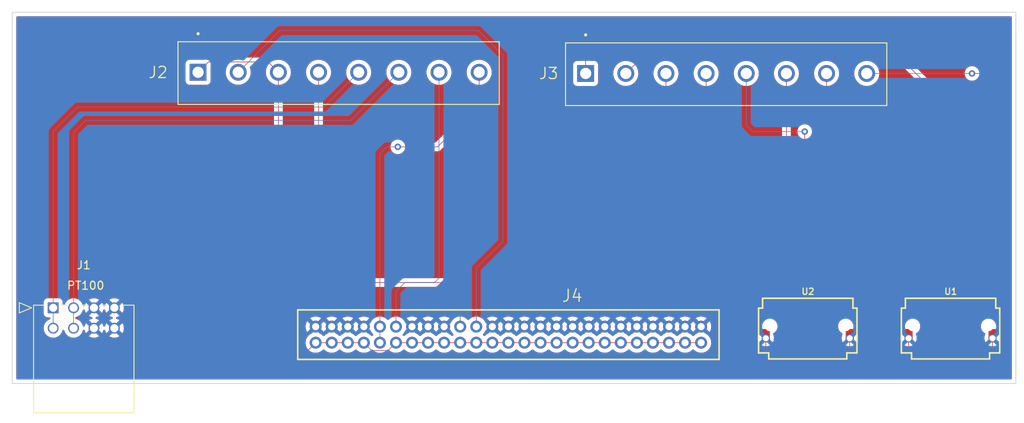
<source format=kicad_pcb>
(kicad_pcb (version 20210228) (generator pcbnew)
  (layers (0 "F.Cu" signal) (31 "B.Cu" signal) (34 "B.Paste" user) (35 "F.Paste" user) (36 "B.SilkS" user "B.Silkscreen") (37 "F.SilkS" user "F.Silkscreen") (38 "B.Mask" user) (39 "F.Mask" user) (44 "Edge.Cuts" user))
  (net 0 "")
  (net 1 "GND")
  (net 2 "Net-(J1-Pad3)")
  (net 3 "Net-(J1-Pad1)")
  (net 4 "Net-(J2-Pad8)")
  (net 5 "Net-(J2-Pad7)")
  (net 6 "Net-(J2-Pad4)")
  (net 7 "Net-(J2-Pad1)")
  (net 8 "Net-(J2-Pad2)")
  (net 9 "Net-(J3-Pad8)")
  (net 10 "Net-(J3-Pad7)")
  (net 11 "Net-(J3-Pad6)")
  (net 12 "Net-(J3-Pad5)")
  (net 13 "Net-(J3-Pad4)")
  (net 14 "Net-(J3-Pad3)")
  (net 15 "Net-(J3-Pad2)")
  (net 16 "Net-(J3-Pad1)")
  (footprint "CUI_Devices:CUI_TB003-500-P08BE" (layer "F.Cu") (at 103.912 105.5185)
    (fp_text reference "J2" (at -4.979 0.0185) (layer "F.SilkS") (effects (font (size 1.4 1.4))))
    (fp_text value "Side_BreakoutBoard")
    (fp_line (start -2.5 -3.8) (end 37.5 -3.8) (layer "F.SilkS") (width 0.127))
    (fp_line (start 37.5 -3.8) (end 37.5 4) (layer "F.SilkS") (width 0.127))
    (fp_line (start 37.5 4) (end -2.5 4) (layer "F.SilkS") (width 0.127))
    (fp_line (start -2.5 4) (end -2.5 -3.8) (layer "F.SilkS") (width 0.127))
    (fp_circle (center 0 -4.8) (end 0.1 -4.8) (layer "F.SilkS") (width 0.2) (fill none))
    (pad "1" thru_hole rect (at 0 0) (size 2.1 2.1) (drill 1.4) (layers *.Cu *.Mask) (net 7 "Net-(J2-Pad1)"))
    (pad "2" thru_hole circle (at 5 0) (size 2.1 2.1) (drill 1.4) (layers *.Cu *.Mask) (net 8 "Net-(J2-Pad2)"))
    (pad "3" thru_hole circle (at 10 0) (size 2.1 2.1) (drill 1.4) (layers *.Cu *.Mask) (net 7 "Net-(J2-Pad1)"))
    (pad "4" thru_hole circle (at 15 0) (size 2.1 2.1) (drill 1.4) (layers *.Cu *.Mask) (net 6 "Net-(J2-Pad4)"))
    (pad "5" thru_hole circle (at 20 0) (size 2.1 2.1) (drill 1.4) (layers *.Cu *.Mask) (net 3 "Net-(J1-Pad1)"))
    (pad "6" thru_hole circle (at 25 0) (size 2.1 2.1) (drill 1.4) (layers *.Cu *.Mask) (net 2 "Net-(J1-Pad3)"))
    (pad "7" thru_hole circle (at 30 0) (size 2.1 2.1) (drill 1.4) (layers *.Cu *.Mask) (net 5 "Net-(J2-Pad7)"))
    (pad "8" thru_hole circle (at 35 0) (size 2.1 2.1) (drill 1.4) (layers *.Cu *.Mask) (net 4 "Net-(J2-Pad8)"))
  )
  (footprint "SAMTEC:UEC5-019-1-X-D-RA-1-A" (layer "F.Cu") (at 197.612 137.16)
    (fp_text reference "U1" (at 0.02 -4.34) (layer "F.SilkS") (effects (font (size 0.787402 0.787402))))
    (fp_text value "SAMTEC_Digi")
    (fp_poly (pts (xy 5.725 0.33) (xy 5.225 0.33) (xy 5.216 0.343) (xy 5.204 0.359) (xy 5.192 0.375) (xy 5.18 0.39) (xy 5.166 0.405) (xy 5.153 0.42) (xy 5.138 0.434) (xy 5.124 0.447) (xy 5.109 0.46) (xy 5.093 0.473) (xy 5.077 0.485) (xy 5.061 0.496) (xy 5.045 0.507) (xy 5.028 0.517) (xy 5.01 0.527) (xy 4.993 0.536) (xy 4.975 0.545) (xy 4.956 0.553) (xy 4.938 0.56) (xy 4.919 0.567) (xy 4.9 0.573) (xy 4.881 0.579) (xy 4.862 0.584) (xy 4.842 0.588) (xy 4.823 0.592) (xy 4.803 0.595) (xy 4.783 0.597) (xy 4.763 0.599) (xy 4.744 0.6) (xy 4.725 0.6) (xy 4.725 1.48) (xy 4.726 1.506) (xy 4.728 1.532) (xy 4.731 1.558) (xy 4.736 1.584) (xy 4.742 1.609) (xy 4.749 1.635) (xy 4.758 1.659) (xy 4.768 1.683) (xy 4.779 1.707) (xy 4.792 1.73) (xy 4.806 1.752) (xy 4.82 1.774) (xy 4.836 1.795) (xy 4.853 1.815) (xy 4.871 1.834) (xy 4.89 1.852) (xy 4.91 1.869) (xy 4.931 1.885) (xy 4.953 1.899) (xy 4.975 1.913) (xy 4.998 1.926) (xy 5.022 1.937) (xy 5.046 1.947) (xy 5.07 1.956) (xy 5.096 1.963) (xy 5.121 1.969) (xy 5.147 1.974) (xy 5.173 1.977) (xy 5.199 1.979) (xy 5.225 1.98) (xy 5.251 1.979) (xy 5.277 1.977) (xy 5.303 1.974) (xy 5.329 1.969) (xy 5.354 1.963) (xy 5.38 1.956) (xy 5.404 1.947) (xy 5.428 1.937) (xy 5.452 1.926) (xy 5.475 1.913) (xy 5.497 1.899) (xy 5.519 1.885) (xy 5.54 1.869) (xy 5.56 1.852) (xy 5.579 1.834) (xy 5.597 1.815) (xy 5.614 1.795) (xy 5.63 1.774) (xy 5.644 1.752) (xy 5.658 1.73) (xy 5.671 1.707) (xy 5.682 1.683) (xy 5.692 1.659) (xy 5.701 1.635) (xy 5.708 1.609) (xy 5.714 1.584) (xy 5.719 1.558) (xy 5.722 1.532) (xy 5.724 1.506) (xy 5.725 1.48) (xy 5.725 0.33)) (layer "F.Cu") (width 0) (fill solid))
    (fp_poly (pts (xy -5.725 0.33) (xy -5.225 0.33) (xy -5.216 0.343) (xy -5.204 0.359) (xy -5.192 0.375) (xy -5.18 0.39) (xy -5.166 0.405) (xy -5.153 0.42) (xy -5.138 0.434) (xy -5.124 0.447) (xy -5.109 0.46) (xy -5.093 0.473) (xy -5.077 0.485) (xy -5.061 0.496) (xy -5.045 0.507) (xy -5.028 0.517) (xy -5.01 0.527) (xy -4.993 0.536) (xy -4.975 0.545) (xy -4.956 0.553) (xy -4.938 0.561) (xy -4.919 0.567) (xy -4.9 0.573) (xy -4.881 0.579) (xy -4.862 0.584) (xy -4.842 0.588) (xy -4.823 0.592) (xy -4.803 0.595) (xy -4.783 0.597) (xy -4.764 0.599) (xy -4.744 0.6) (xy -4.725 0.6) (xy -4.725 1.48) (xy -4.726 1.506) (xy -4.728 1.532) (xy -4.731 1.558) (xy -4.736 1.584) (xy -4.742 1.609) (xy -4.749 1.635) (xy -4.758 1.659) (xy -4.768 1.683) (xy -4.779 1.707) (xy -4.792 1.73) (xy -4.806 1.752) (xy -4.82 1.774) (xy -4.836 1.795) (xy -4.853 1.815) (xy -4.871 1.834) (xy -4.89 1.852) (xy -4.91 1.869) (xy -4.931 1.885) (xy -4.953 1.899) (xy -4.975 1.913) (xy -4.998 1.926) (xy -5.022 1.937) (xy -5.046 1.947) (xy -5.07 1.956) (xy -5.096 1.963) (xy -5.121 1.969) (xy -5.147 1.974) (xy -5.173 1.977) (xy -5.199 1.979) (xy -5.225 1.98) (xy -5.251 1.979) (xy -5.277 1.977) (xy -5.303 1.974) (xy -5.329 1.969) (xy -5.354 1.963) (xy -5.38 1.956) (xy -5.404 1.947) (xy -5.428 1.937) (xy -5.452 1.926) (xy -5.475 1.913) (xy -5.497 1.899) (xy -5.519 1.885) (xy -5.54 1.869) (xy -5.56 1.852) (xy -5.579 1.834) (xy -5.597 1.815) (xy -5.614 1.795) (xy -5.63 1.774) (xy -5.644 1.752) (xy -5.658 1.73) (xy -5.671 1.707) (xy -5.682 1.683) (xy -5.692 1.659) (xy -5.701 1.635) (xy -5.708 1.609) (xy -5.714 1.584) (xy -5.719 1.558) (xy -5.722 1.532) (xy -5.724 1.506) (xy -5.725 1.48) (xy -5.725 0.33)) (layer "F.Cu") (width 0) (fill solid))
    (fp_line (start 4.86 3.305) (end 4.86 4.055) (layer "F.SilkS") (width 0.2))
    (fp_line (start 5.625 -2.27) (end 6.125 -2.27) (layer "F.SilkS") (width 0.2))
    (fp_line (start -6.125 3.305) (end -6.125 -2.27) (layer "F.SilkS") (width 0.2))
    (fp_line (start 6.125 3.305) (end 4.86 3.305) (layer "F.SilkS") (width 0.2))
    (fp_line (start -4.86 3.305) (end -6.125 3.305) (layer "F.SilkS") (width 0.2))
    (fp_line (start 6.125 -2.27) (end 6.125 3.305) (layer "F.SilkS") (width 0.2))
    (fp_line (start -4.86 4.055) (end -4.86 3.305) (layer "F.SilkS") (width 0.2))
    (fp_line (start 5.625 -3.499) (end 5.625 -2.27) (layer "F.SilkS") (width 0.2))
    (fp_line (start 4.86 4.055) (end -4.86 4.055) (layer "F.SilkS") (width 0.2))
    (fp_line (start -6.125 -2.27) (end -5.625 -2.27) (layer "F.SilkS") (width 0.2))
    (fp_line (start -5.625 -2.27) (end -5.625 -3.499) (layer "F.SilkS") (width 0.2))
    (fp_line (start -5.625 -3.499) (end 5.625 -3.499) (layer "F.SilkS") (width 0.2))
    (pad "A1" smd rect (at -4.615 -2.825) (size 0.3 0.85) (layers "F.Cu" "F.Paste" "F.Mask") (net 15 "Net-(J3-Pad2)"))
    (pad "A2" smd rect (at -4.115 -2.825) (size 0.3 0.85) (layers "F.Cu" "F.Paste" "F.Mask") (net 15 "Net-(J3-Pad2)"))
    (pad "A3" smd rect (at -3.615 -2.825) (size 0.3 0.85) (layers "F.Cu" "F.Paste" "F.Mask") (net 15 "Net-(J3-Pad2)"))
    (pad "A4" smd rect (at -3.115 -2.825) (size 0.3 0.85) (layers "F.Cu" "F.Paste" "F.Mask") (net 15 "Net-(J3-Pad2)"))
    (pad "A5" smd rect (at -2.615 -2.825) (size 0.3 0.85) (layers "F.Cu" "F.Paste" "F.Mask") (net 15 "Net-(J3-Pad2)"))
    (pad "A6" smd rect (at -2.115 -2.825) (size 0.3 0.85) (layers "F.Cu" "F.Paste" "F.Mask") (net 15 "Net-(J3-Pad2)"))
    (pad "A7" smd rect (at -1.615 -2.825) (size 0.3 0.85) (layers "F.Cu" "F.Paste" "F.Mask") (net 1 "GND"))
    (pad "A8" smd rect (at -1.115 -2.825) (size 0.3 0.85) (layers "F.Cu" "F.Paste" "F.Mask") (net 1 "GND"))
    (pad "A9" smd rect (at -0.615 -2.825) (size 0.3 0.85) (layers "F.Cu" "F.Paste" "F.Mask") (net 1 "GND"))
    (pad "A10" smd rect (at -0.115 -2.825) (size 0.3 0.85) (layers "F.Cu" "F.Paste" "F.Mask") (net 1 "GND"))
    (pad "A11" smd rect (at 0.385 -2.825) (size 0.3 0.85) (layers "F.Cu" "F.Paste" "F.Mask") (net 1 "GND"))
    (pad "A12" smd rect (at 0.885 -2.825) (size 0.3 0.85) (layers "F.Cu" "F.Paste" "F.Mask") (net 1 "GND"))
    (pad "A13" smd rect (at 1.385 -2.825) (size 0.3 0.85) (layers "F.Cu" "F.Paste" "F.Mask") (net 1 "GND"))
    (pad "A14" smd rect (at 1.885 -2.825) (size 0.3 0.85) (layers "F.Cu" "F.Paste" "F.Mask") (net 1 "GND"))
    (pad "A15" smd rect (at 2.385 -2.825) (size 0.3 0.85) (layers "F.Cu" "F.Paste" "F.Mask") (net 1 "GND"))
    (pad "A16" smd rect (at 2.885 -2.825) (size 0.3 0.85) (layers "F.Cu" "F.Paste" "F.Mask") (net 1 "GND"))
    (pad "A17" smd rect (at 3.385 -2.825) (size 0.3 0.85) (layers "F.Cu" "F.Paste" "F.Mask") (net 9 "Net-(J3-Pad8)"))
    (pad "A18" smd rect (at 3.885 -2.825) (size 0.3 0.85) (layers "F.Cu" "F.Paste" "F.Mask") (net 9 "Net-(J3-Pad8)"))
    (pad "A19" smd rect (at 4.385 -2.825) (size 0.3 0.85) (layers "F.Cu" "F.Paste" "F.Mask") (net 9 "Net-(J3-Pad8)"))
    (pad "B1" smd rect (at -4.385 -1.575) (size 0.3 0.85) (layers "F.Cu" "F.Paste" "F.Mask") (net 16 "Net-(J3-Pad1)"))
    (pad "B2" smd rect (at -3.885 -1.575) (size 0.3 0.85) (layers "F.Cu" "F.Paste" "F.Mask") (net 16 "Net-(J3-Pad1)"))
    (pad "B3" smd rect (at -3.385 -1.575) (size 0.3 0.85) (layers "F.Cu" "F.Paste" "F.Mask") (net 16 "Net-(J3-Pad1)"))
    (pad "B4" smd rect (at -2.885 -1.575) (size 0.3 0.85) (layers "F.Cu" "F.Paste" "F.Mask") (net 16 "Net-(J3-Pad1)"))
    (pad "B5" smd rect (at -2.385 -1.575) (size 0.3 0.85) (layers "F.Cu" "F.Paste" "F.Mask") (net 16 "Net-(J3-Pad1)"))
    (pad "B6" smd rect (at -1.885 -1.575) (size 0.3 0.85) (layers "F.Cu" "F.Paste" "F.Mask") (net 16 "Net-(J3-Pad1)"))
    (pad "B7" smd rect (at -1.385 -1.575) (size 0.3 0.85) (layers "F.Cu" "F.Paste" "F.Mask") (net 16 "Net-(J3-Pad1)"))
    (pad "B8" smd rect (at -0.885 -1.575) (size 0.3 0.85) (layers "F.Cu" "F.Paste" "F.Mask") (net 16 "Net-(J3-Pad1)"))
    (pad "B9" smd rect (at -0.385 -1.575) (size 0.3 0.85) (layers "F.Cu" "F.Paste" "F.Mask") (net 16 "Net-(J3-Pad1)"))
    (pad "B10" smd rect (at 0.115 -1.575) (size 0.3 0.85) (layers "F.Cu" "F.Paste" "F.Mask") (net 16 "Net-(J3-Pad1)"))
    (pad "B11" smd rect (at 0.615 -1.575) (size 0.3 0.85) (layers "F.Cu" "F.Paste" "F.Mask") (net 16 "Net-(J3-Pad1)"))
    (pad "B12" smd rect (at 1.115 -1.575) (size 0.3 0.85) (layers "F.Cu" "F.Paste" "F.Mask") (net 16 "Net-(J3-Pad1)"))
    (pad "B13" smd rect (at 1.615 -1.575) (size 0.3 0.85) (layers "F.Cu" "F.Paste" "F.Mask") (net 16 "Net-(J3-Pad1)"))
    (pad "B14" smd rect (at 2.115 -1.575) (size 0.3 0.85) (layers "F.Cu" "F.Paste" "F.Mask") (net 16 "Net-(J3-Pad1)"))
    (pad "B15" smd rect (at 2.615 -1.575) (size 0.3 0.85) (layers "F.Cu" "F.Paste" "F.Mask") (net 16 "Net-(J3-Pad1)"))
    (pad "B16" smd rect (at 3.115 -1.575) (size 0.3 0.85) (layers "F.Cu" "F.Paste" "F.Mask") (net 16 "Net-(J3-Pad1)"))
    (pad "B17" smd rect (at 3.615 -1.575) (size 0.3 0.85) (layers "F.Cu" "F.Paste" "F.Mask") (net 16 "Net-(J3-Pad1)"))
    (pad "B18" smd rect (at 4.115 -1.575) (size 0.3 0.85) (layers "F.Cu" "F.Paste" "F.Mask") (net 16 "Net-(J3-Pad1)"))
    (pad "B19" smd rect (at 4.615 -1.575) (size 0.3 0.85) (layers "F.Cu" "F.Paste" "F.Mask") (net 16 "Net-(J3-Pad1)"))
    (pad "G1" thru_hole circle (at -5.225 1.48) (size 1 1) (drill 0.75) (layers *.Cu *.Mask) (net 1 "GND"))
    (pad "G2" thru_hole circle (at 5.225 1.48) (size 1 1) (drill 0.75) (layers *.Cu *.Mask) (net 1 "GND"))
    (pad "None" np_thru_hole circle (at -4.725 0) (size 0.89 0.89) (drill 0.89) (layers *.Cu *.Mask))
    (pad "None" np_thru_hole circle (at 4.725 0) (size 0.89 0.89) (drill 0.89) (layers *.Cu *.Mask))
  )
  (footprint "SAMTEC:SAMTEC-LS2-125-01-X-D" (layer "F.Cu") (at 142.553 138.192002 180)
    (fp_text reference "J4" (at -7.942 4.842002) (layer "F.SilkS") (effects (font (size 1.5 1.5))))
    (fp_text value "BreakoutBoard_main")
    (fp_line (start 26.232 -3.08501) (end -26.232 -3.08501) (layer "F.SilkS") (width 0.2))
    (fp_line (start -26.232 3.08501) (end 26.232 3.08501) (layer "F.SilkS") (width 0.2))
    (fp_line (start -26.232 -3.08501) (end -26.232 3.08501) (layer "F.SilkS") (width 0.2))
    (fp_line (start 26.232 3.08501) (end 26.232 -3.08501) (layer "F.SilkS") (width 0.2))
    (pad "1" thru_hole circle (at -24 -0.999998 180) (size 1.48999 1.48999) (drill 0.889991) (layers *.Cu) (net 7 "Net-(J2-Pad1)"))
    (pad "2" thru_hole circle (at -24 0.999998 180) (size 1.48999 1.48999) (drill 0.889991) (layers *.Cu) (net 1 "GND"))
    (pad "3" thru_hole circle (at -22 -0.999998 180) (size 1.48999 1.48999) (drill 0.889991) (layers *.Cu) (net 7 "Net-(J2-Pad1)"))
    (pad "4" thru_hole circle (at -22 0.999998 180) (size 1.48999 1.48999) (drill 0.889991) (layers *.Cu) (net 1 "GND"))
    (pad "5" thru_hole circle (at -20 -0.999998 180) (size 1.48999 1.48999) (drill 0.889991) (layers *.Cu) (net 7 "Net-(J2-Pad1)"))
    (pad "6" thru_hole circle (at -20 0.999998 180) (size 1.48999 1.48999) (drill 0.889991) (layers *.Cu) (net 1 "GND"))
    (pad "7" thru_hole circle (at -18 -0.999998 180) (size 1.48999 1.48999) (drill 0.889991) (layers *.Cu) (net 7 "Net-(J2-Pad1)"))
    (pad "8" thru_hole circle (at -18 0.999998 180) (size 1.48999 1.48999) (drill 0.889991) (layers *.Cu) (net 1 "GND"))
    (pad "9" thru_hole circle (at -16 -0.999998 180) (size 1.48999 1.48999) (drill 0.889991) (layers *.Cu) (net 7 "Net-(J2-Pad1)"))
    (pad "10" thru_hole circle (at -16 0.999998 180) (size 1.48999 1.48999) (drill 0.889991) (layers *.Cu) (net 1 "GND"))
    (pad "11" thru_hole circle (at -14 -0.999998 180) (size 1.48999 1.48999) (drill 0.889991) (layers *.Cu) (net 7 "Net-(J2-Pad1)"))
    (pad "12" thru_hole circle (at -14 0.999998 180) (size 1.48999 1.48999) (drill 0.889991) (layers *.Cu) (net 1 "GND"))
    (pad "13" thru_hole circle (at -12 -0.999998 180) (size 1.48999 1.48999) (drill 0.889991) (layers *.Cu) (net 7 "Net-(J2-Pad1)"))
    (pad "14" thru_hole circle (at -12 0.999998 180) (size 1.48999 1.48999) (drill 0.889991) (layers *.Cu) (net 1 "GND"))
    (pad "15" thru_hole circle (at -10 -0.999998 180) (size 1.48999 1.48999) (drill 0.889991) (layers *.Cu) (net 7 "Net-(J2-Pad1)"))
    (pad "16" thru_hole circle (at -10 0.999998 180) (size 1.48999 1.48999) (drill 0.889991) (layers *.Cu) (net 1 "GND"))
    (pad "17" thru_hole circle (at -8.00001 -0.999998 180) (size 1.48999 1.48999) (drill 0.889991) (layers *.Cu) (net 7 "Net-(J2-Pad1)"))
    (pad "18" thru_hole circle (at -8.00001 0.999998 180) (size 1.48999 1.48999) (drill 0.889991) (layers *.Cu) (net 1 "GND"))
    (pad "19" thru_hole circle (at -5.99999 -0.999998 180) (size 1.48999 1.48999) (drill 0.889991) (layers *.Cu) (net 7 "Net-(J2-Pad1)"))
    (pad "20" thru_hole circle (at -5.99999 0.999998 180) (size 1.48999 1.48999) (drill 0.889991) (layers *.Cu) (net 1 "GND"))
    (pad "21" thru_hole circle (at -3.99999 -0.999998 180) (size 1.48999 1.48999) (drill 0.889991) (layers *.Cu) (net 7 "Net-(J2-Pad1)"))
    (pad "22" thru_hole circle (at -3.99999 0.999998 180) (size 1.48999 1.48999) (drill 0.889991) (layers *.Cu) (net 1 "GND"))
    (pad "23" thru_hole circle (at -2 -0.999998 180) (size 1.48999 1.48999) (drill 0.889991) (layers *.Cu) (net 7 "Net-(J2-Pad1)"))
    (pad "24" thru_hole circle (at -2 0.999998 180) (size 1.48999 1.48999) (drill 0.889991) (layers *.Cu) (net 1 "GND"))
    (pad "25" thru_hole circle (at 0 -0.999998 180) (size 1.48999 1.48999) (drill 0.889991) (layers *.Cu) (net 7 "Net-(J2-Pad1)"))
    (pad "26" thru_hole circle (at 0 0.999998 180) (size 1.48999 1.48999) (drill 0.889991) (layers *.Cu) (net 1 "GND"))
    (pad "27" thru_hole circle (at 2 -0.999998 180) (size 1.48999 1.48999) (drill 0.889991) (layers *.Cu) (net 7 "Net-(J2-Pad1)"))
    (pad "28" thru_hole circle (at 2 0.999998 180) (size 1.48999 1.48999) (drill 0.889991) (layers *.Cu) (net 1 "GND"))
    (pad "29" thru_hole circle (at 3.99999 -0.999998 180) (size 1.48999 1.48999) (drill 0.889991) (layers *.Cu) (net 7 "Net-(J2-Pad1)"))
    (pad "30" thru_hole circle (at 3.99999 0.999998 180) (size 1.48999 1.48999) (drill 0.889991) (layers *.Cu) (net 8 "Net-(J2-Pad2)"))
    (pad "31" thru_hole circle (at 5.99999 -0.999998 180) (size 1.48999 1.48999) (drill 0.889991) (layers *.Cu) (net 7 "Net-(J2-Pad1)"))
    (pad "32" thru_hole circle (at 5.99999 0.999998 180) (size 1.48999 1.48999) (drill 0.889991) (layers *.Cu) (net 6 "Net-(J2-Pad4)"))
    (pad "33" thru_hole circle (at 8.00001 -0.999998 180) (size 1.48999 1.48999) (drill 0.889991) (layers *.Cu) (net 7 "Net-(J2-Pad1)"))
    (pad "34" thru_hole circle (at 8.00001 0.999998 180) (size 1.48999 1.48999) (drill 0.889991) (layers *.Cu) (net 1 "GND"))
    (pad "35" thru_hole circle (at 10 -0.999998 180) (size 1.48999 1.48999) (drill 0.889991) (layers *.Cu) (net 7 "Net-(J2-Pad1)"))
    (pad "36" thru_hole circle (at 10 0.999998 180) (size 1.48999 1.48999) (drill 0.889991) (layers *.Cu) (net 1 "GND"))
    (pad "37" thru_hole circle (at 12 -0.999998 180) (size 1.48999 1.48999) (drill 0.889991) (layers *.Cu) (net 7 "Net-(J2-Pad1)"))
    (pad "38" thru_hole circle (at 12 0.999998 180) (size 1.48999 1.48999) (drill 0.889991) (layers *.Cu) (net 1 "GND"))
    (pad "39" thru_hole circle (at 14 -0.999998 180) (size 1.48999 1.48999) (drill 0.889991) (layers *.Cu) (net 7 "Net-(J2-Pad1)"))
    (pad "40" thru_hole circle (at 14 0.999998 180) (size 1.48999 1.48999) (drill 0.889991) (layers *.Cu) (net 5 "Net-(J2-Pad7)"))
    (pad "41" thru_hole circle (at 16 -0.999998 180) (size 1.48999 1.48999) (drill 0.889991) (layers *.Cu) (net 4 "Net-(J2-Pad8)"))
    (pad "42" thru_hole circle (at 16 0.999998 180) (size 1.48999 1.48999) (drill 0.889991) (layers *.Cu) (net 4 "Net-(J2-Pad8)"))
    (pad "43" thru_hole circle (at 18 -0.999998 180) (size 1.48999 1.48999) (drill 0.889991) (layers *.Cu) (net 7 "Net-(J2-Pad1)"))
    (pad "44" thru_hole circle (at 18 0.999998 180) (size 1.48999 1.48999) (drill 0.889991) (layers *.Cu) (net 1 "GND"))
    (pad "45" thru_hole circle (at 20 -0.999998 180) (size 1.48999 1.48999) (drill 0.889991) (layers *.Cu) (net 7 "Net-(J2-Pad1)"))
    (pad "46" thru_hole circle (at 20 0.999998 180) (size 1.48999 1.48999) (drill 0.889991) (layers *.Cu) (net 1 "GND"))
    (pad "47" thru_hole circle (at 22 -0.999998 180) (size 1.48999 1.48999) (drill 0.889991) (layers *.Cu) (net 7 "Net-(J2-Pad1)"))
    (pad "48" thru_hole circle (at 22 0.999998 180) (size 1.48999 1.48999) (drill 0.889991) (layers *.Cu) (net 1 "GND"))
    (pad "49" thru_hole circle (at 24 -0.999998 180) (size 1.48999 1.48999) (drill 0.889991) (layers *.Cu) (net 7 "Net-(J2-Pad1)"))
    (pad "50" thru_hole circle (at 24 0.999998 180) (size 1.48999 1.48999) (drill 0.889991) (layers *.Cu) (net 1 "GND"))
  )
  (footprint "Molex:901303108" (layer "F.Cu") (at 85.869501 134.847508)
    (fp_text reference "J1" (at 3.81 -5.307501) (layer "F.SilkS"))
    (fp_text value "PT100" (at 4.0465 -2.767501) (layer "F.SilkS"))
    (fp_line (start 10.059988 13.078) (end 10.059988 -0.325001) (layer "F.SilkS") (width 0.12))
    (fp_line (start 1.599533 -0.325001) (end 0.99504 -0.325001) (layer "F.SilkS") (width 0.12))
    (fp_line (start -4.217988 0.635) (end -2.693988 0) (layer "F.SilkS") (width 0.12))
    (fp_line (start -2.439988 -0.325001) (end -2.439988 13.078) (layer "F.SilkS") (width 0.12))
    (fp_line (start -2.439988 13.078) (end 10.059988 13.078) (layer "F.SilkS") (width 0.12))
    (fp_line (start 10.059988 -0.325001) (end 8.560467 -0.325001) (layer "F.SilkS") (width 0.12))
    (fp_line (start 6.679533 -0.325001) (end 6.020467 -0.325001) (layer "F.SilkS") (width 0.12))
    (fp_line (start 4.139533 -0.325001) (end 3.480467 -0.325001) (layer "F.SilkS") (width 0.12))
    (fp_line (start -2.693988 0) (end -4.217988 -0.635) (layer "F.SilkS") (width 0.12))
    (fp_line (start -4.217988 -0.635) (end -4.217988 0.635) (layer "F.SilkS") (width 0.12))
    (fp_line (start -0.99504 -0.325001) (end -2.439988 -0.325001) (layer "F.SilkS") (width 0.12))
    (pad "1" thru_hole rect (at 0 0) (size 1.35 1.35) (drill 1) (layers *.Cu *.Mask) (net 3 "Net-(J1-Pad1)"))
    (pad "2" thru_hole circle (at 0 2.54) (size 1.35 1.35) (drill 1) (layers *.Cu *.Mask) (net 3 "Net-(J1-Pad1)"))
    (pad "3" thru_hole circle (at 2.54 0 90) (size 1.35 1.35) (drill 1) (layers *.Cu *.Mask) (net 2 "Net-(J1-Pad3)"))
    (pad "4" thru_hole circle (at 2.54 2.54 90) (size 1.35 1.35) (drill 1) (layers *.Cu *.Mask) (net 2 "Net-(J1-Pad3)"))
    (pad "5" thru_hole circle (at 5.08 0 90) (size 1.35 1.35) (drill 1) (layers *.Cu *.Mask) (net 1 "GND"))
    (pad "6" thru_hole circle (at 5.08 2.54 90) (size 1.35 1.35) (drill 1) (layers *.Cu *.Mask) (net 1 "GND"))
    (pad "7" thru_hole circle (at 7.62 0 90) (size 1.35 1.35) (drill 1) (layers *.Cu *.Mask) (net 1 "GND"))
    (pad "8" thru_hole circle (at 7.62 2.54 90) (size 1.35 1.35) (drill 1) (layers *.Cu *.Mask) (net 1 "GND"))
  )
  (footprint "CUI_Devices:CUI_TB003-500-P08BE" (layer "F.Cu") (at 152.172 105.664)
    (fp_text reference "J3" (at -4.598 0) (layer "F.SilkS") (effects (font (size 1.4 1.4))))
    (fp_text value "Side_SAMTEC")
    (fp_line (start -2.5 4) (end -2.5 -3.8) (layer "F.SilkS") (width 0.127))
    (fp_line (start 37.5 -3.8) (end 37.5 4) (layer "F.SilkS") (width 0.127))
    (fp_line (start -2.5 -3.8) (end 37.5 -3.8) (layer "F.SilkS") (width 0.127))
    (fp_line (start 37.5 4) (end -2.5 4) (layer "F.SilkS") (width 0.127))
    (fp_circle (center 0 -4.8) (end 0.1 -4.8) (layer "F.SilkS") (width 0.2) (fill none))
    (pad "1" thru_hole rect (at 0 0) (size 2.1 2.1) (drill 1.4) (layers *.Cu *.Mask) (net 16 "Net-(J3-Pad1)"))
    (pad "2" thru_hole circle (at 5 0) (size 2.1 2.1) (drill 1.4) (layers *.Cu *.Mask) (net 15 "Net-(J3-Pad2)"))
    (pad "3" thru_hole circle (at 10 0) (size 2.1 2.1) (drill 1.4) (layers *.Cu *.Mask) (net 14 "Net-(J3-Pad3)"))
    (pad "4" thru_hole circle (at 15 0) (size 2.1 2.1) (drill 1.4) (layers *.Cu *.Mask) (net 13 "Net-(J3-Pad4)"))
    (pad "5" thru_hole circle (at 20 0) (size 2.1 2.1) (drill 1.4) (layers *.Cu *.Mask) (net 12 "Net-(J3-Pad5)"))
    (pad "6" thru_hole circle (at 25 0) (size 2.1 2.1) (drill 1.4) (layers *.Cu *.Mask) (net 11 "Net-(J3-Pad6)"))
    (pad "7" thru_hole circle (at 30 0) (size 2.1 2.1) (drill 1.4) (layers *.Cu *.Mask) (net 10 "Net-(J3-Pad7)"))
    (pad "8" thru_hole circle (at 35 0) (size 2.1 2.1) (drill 1.4) (layers *.Cu *.Mask) (net 9 "Net-(J3-Pad8)"))
  )
  (footprint "SAMTEC:UEC5-019-1-X-D-RA-1-A" (layer "F.Cu") (at 179.832 137.16)
    (fp_text reference "U2" (at 0.02 -4.34) (layer "F.SilkS") (effects (font (size 0.787402 0.787402))))
    (fp_text value "SAMTEC_Anal")
    (fp_poly (pts (xy 5.725 0.33) (xy 5.225 0.33) (xy 5.216 0.343) (xy 5.204 0.359) (xy 5.192 0.375) (xy 5.18 0.39) (xy 5.166 0.405) (xy 5.153 0.42) (xy 5.138 0.434) (xy 5.124 0.447) (xy 5.109 0.46) (xy 5.093 0.473) (xy 5.077 0.485) (xy 5.061 0.496) (xy 5.045 0.507) (xy 5.028 0.517) (xy 5.01 0.527) (xy 4.993 0.536) (xy 4.975 0.545) (xy 4.956 0.553) (xy 4.938 0.56) (xy 4.919 0.567) (xy 4.9 0.573) (xy 4.881 0.579) (xy 4.862 0.584) (xy 4.842 0.588) (xy 4.823 0.592) (xy 4.803 0.595) (xy 4.783 0.597) (xy 4.763 0.599) (xy 4.744 0.6) (xy 4.725 0.6) (xy 4.725 1.48) (xy 4.726 1.506) (xy 4.728 1.532) (xy 4.731 1.558) (xy 4.736 1.584) (xy 4.742 1.609) (xy 4.749 1.635) (xy 4.758 1.659) (xy 4.768 1.683) (xy 4.779 1.707) (xy 4.792 1.73) (xy 4.806 1.752) (xy 4.82 1.774) (xy 4.836 1.795) (xy 4.853 1.815) (xy 4.871 1.834) (xy 4.89 1.852) (xy 4.91 1.869) (xy 4.931 1.885) (xy 4.953 1.899) (xy 4.975 1.913) (xy 4.998 1.926) (xy 5.022 1.937) (xy 5.046 1.947) (xy 5.07 1.956) (xy 5.096 1.963) (xy 5.121 1.969) (xy 5.147 1.974) (xy 5.173 1.977) (xy 5.199 1.979) (xy 5.225 1.98) (xy 5.251 1.979) (xy 5.277 1.977) (xy 5.303 1.974) (xy 5.329 1.969) (xy 5.354 1.963) (xy 5.38 1.956) (xy 5.404 1.947) (xy 5.428 1.937) (xy 5.452 1.926) (xy 5.475 1.913) (xy 5.497 1.899) (xy 5.519 1.885) (xy 5.54 1.869) (xy 5.56 1.852) (xy 5.579 1.834) (xy 5.597 1.815) (xy 5.614 1.795) (xy 5.63 1.774) (xy 5.644 1.752) (xy 5.658 1.73) (xy 5.671 1.707) (xy 5.682 1.683) (xy 5.692 1.659) (xy 5.701 1.635) (xy 5.708 1.609) (xy 5.714 1.584) (xy 5.719 1.558) (xy 5.722 1.532) (xy 5.724 1.506) (xy 5.725 1.48) (xy 5.725 0.33)) (layer "F.Cu") (width 0) (fill solid))
    (fp_poly (pts (xy -5.725 0.33) (xy -5.225 0.33) (xy -5.216 0.343) (xy -5.204 0.359) (xy -5.192 0.375) (xy -5.18 0.39) (xy -5.166 0.405) (xy -5.153 0.42) (xy -5.138 0.434) (xy -5.124 0.447) (xy -5.109 0.46) (xy -5.093 0.473) (xy -5.077 0.485) (xy -5.061 0.496) (xy -5.045 0.507) (xy -5.028 0.517) (xy -5.01 0.527) (xy -4.993 0.536) (xy -4.975 0.545) (xy -4.956 0.553) (xy -4.938 0.561) (xy -4.919 0.567) (xy -4.9 0.573) (xy -4.881 0.579) (xy -4.862 0.584) (xy -4.842 0.588) (xy -4.823 0.592) (xy -4.803 0.595) (xy -4.783 0.597) (xy -4.764 0.599) (xy -4.744 0.6) (xy -4.725 0.6) (xy -4.725 1.48) (xy -4.726 1.506) (xy -4.728 1.532) (xy -4.731 1.558) (xy -4.736 1.584) (xy -4.742 1.609) (xy -4.749 1.635) (xy -4.758 1.659) (xy -4.768 1.683) (xy -4.779 1.707) (xy -4.792 1.73) (xy -4.806 1.752) (xy -4.82 1.774) (xy -4.836 1.795) (xy -4.853 1.815) (xy -4.871 1.834) (xy -4.89 1.852) (xy -4.91 1.869) (xy -4.931 1.885) (xy -4.953 1.899) (xy -4.975 1.913) (xy -4.998 1.926) (xy -5.022 1.937) (xy -5.046 1.947) (xy -5.07 1.956) (xy -5.096 1.963) (xy -5.121 1.969) (xy -5.147 1.974) (xy -5.173 1.977) (xy -5.199 1.979) (xy -5.225 1.98) (xy -5.251 1.979) (xy -5.277 1.977) (xy -5.303 1.974) (xy -5.329 1.969) (xy -5.354 1.963) (xy -5.38 1.956) (xy -5.404 1.947) (xy -5.428 1.937) (xy -5.452 1.926) (xy -5.475 1.913) (xy -5.497 1.899) (xy -5.519 1.885) (xy -5.54 1.869) (xy -5.56 1.852) (xy -5.579 1.834) (xy -5.597 1.815) (xy -5.614 1.795) (xy -5.63 1.774) (xy -5.644 1.752) (xy -5.658 1.73) (xy -5.671 1.707) (xy -5.682 1.683) (xy -5.692 1.659) (xy -5.701 1.635) (xy -5.708 1.609) (xy -5.714 1.584) (xy -5.719 1.558) (xy -5.722 1.532) (xy -5.724 1.506) (xy -5.725 1.48) (xy -5.725 0.33)) (layer "F.Cu") (width 0) (fill solid))
    (fp_line (start -4.86 3.305) (end -6.125 3.305) (layer "F.SilkS") (width 0.2))
    (fp_line (start 4.86 3.305) (end 4.86 4.055) (layer "F.SilkS") (width 0.2))
    (fp_line (start -4.86 4.055) (end -4.86 3.305) (layer "F.SilkS") (width 0.2))
    (fp_line (start -5.625 -3.499) (end 5.625 -3.499) (layer "F.SilkS") (width 0.2))
    (fp_line (start -5.625 -2.27) (end -5.625 -3.499) (layer "F.SilkS") (width 0.2))
    (fp_line (start -6.125 3.305) (end -6.125 -2.27) (layer "F.SilkS") (width 0.2))
    (fp_line (start 4.86 4.055) (end -4.86 4.055) (layer "F.SilkS") (width 0.2))
    (fp_line (start 5.625 -2.27) (end 6.125 -2.27) (layer "F.SilkS") (width 0.2))
    (fp_line (start -6.125 -2.27) (end -5.625 -2.27) (layer "F.SilkS") (width 0.2))
    (fp_line (start 6.125 3.305) (end 4.86 3.305) (layer "F.SilkS") (width 0.2))
    (fp_line (start 6.125 -2.27) (end 6.125 3.305) (layer "F.SilkS") (width 0.2))
    (fp_line (start 5.625 -3.499) (end 5.625 -2.27) (layer "F.SilkS") (width 0.2))
    (pad "A1" smd rect (at -4.615 -2.825) (size 0.3 0.85) (layers "F.Cu" "F.Paste" "F.Mask") (net 13 "Net-(J3-Pad4)"))
    (pad "A2" smd rect (at -4.115 -2.825) (size 0.3 0.85) (layers "F.Cu" "F.Paste" "F.Mask") (net 13 "Net-(J3-Pad4)"))
    (pad "A3" smd rect (at -3.615 -2.825) (size 0.3 0.85) (layers "F.Cu" "F.Paste" "F.Mask") (net 13 "Net-(J3-Pad4)"))
    (pad "A4" smd rect (at -3.115 -2.825) (size 0.3 0.85) (layers "F.Cu" "F.Paste" "F.Mask") (net 13 "Net-(J3-Pad4)"))
    (pad "A5" smd rect (at -2.615 -2.825) (size 0.3 0.85) (layers "F.Cu" "F.Paste" "F.Mask") (net 13 "Net-(J3-Pad4)"))
    (pad "A6" smd rect (at -2.115 -2.825) (size 0.3 0.85) (layers "F.Cu" "F.Paste" "F.Mask") (net 13 "Net-(J3-Pad4)"))
    (pad "A7" smd rect (at -1.615 -2.825) (size 0.3 0.85) (layers "F.Cu" "F.Paste" "F.Mask") (net 1 "GND"))
    (pad "A8" smd rect (at -1.115 -2.825) (size 0.3 0.85) (layers "F.Cu" "F.Paste" "F.Mask") (net 1 "GND"))
    (pad "A9" smd rect (at -0.615 -2.825) (size 0.3 0.85) (layers "F.Cu" "F.Paste" "F.Mask") (net 11 "Net-(J3-Pad6)"))
    (pad "A10" smd rect (at -0.115 -2.825) (size 0.3 0.85) (layers "F.Cu" "F.Paste" "F.Mask") (net 11 "Net-(J3-Pad6)"))
    (pad "A11" smd rect (at 0.385 -2.825) (size 0.3 0.85) (layers "F.Cu" "F.Paste" "F.Mask") (net 1 "GND"))
    (pad "A12" smd rect (at 0.885 -2.825) (size 0.3 0.85) (layers "F.Cu" "F.Paste" "F.Mask") (net 1 "GND"))
    (pad "A13" smd rect (at 1.385 -2.825) (size 0.3 0.85) (layers "F.Cu" "F.Paste" "F.Mask") (net 12 "Net-(J3-Pad5)"))
    (pad "A14" smd rect (at 1.885 -2.825) (size 0.3 0.85) (layers "F.Cu" "F.Paste" "F.Mask") (net 12 "Net-(J3-Pad5)"))
    (pad "A15" smd rect (at 2.385 -2.825) (size 0.3 0.85) (layers "F.Cu" "F.Paste" "F.Mask") (net 1 "GND"))
    (pad "A16" smd rect (at 2.885 -2.825) (size 0.3 0.85) (layers "F.Cu" "F.Paste" "F.Mask") (net 1 "GND"))
    (pad "A17" smd rect (at 3.385 -2.825) (size 0.3 0.85) (layers "F.Cu" "F.Paste" "F.Mask") (net 10 "Net-(J3-Pad7)"))
    (pad "A18" smd rect (at 3.885 -2.825) (size 0.3 0.85) (layers "F.Cu" "F.Paste" "F.Mask") (net 10 "Net-(J3-Pad7)"))
    (pad "A19" smd rect (at 4.385 -2.825) (size 0.3 0.85) (layers "F.Cu" "F.Paste" "F.Mask") (net 10 "Net-(J3-Pad7)"))
    (pad "B1" smd rect (at -4.385 -1.575) (size 0.3 0.85) (layers "F.Cu" "F.Paste" "F.Mask") (net 14 "Net-(J3-Pad3)"))
    (pad "B2" smd rect (at -3.885 -1.575) (size 0.3 0.85) (layers "F.Cu" "F.Paste" "F.Mask") (net 14 "Net-(J3-Pad3)"))
    (pad "B3" smd rect (at -3.385 -1.575) (size 0.3 0.85) (layers "F.Cu" "F.Paste" "F.Mask") (net 14 "Net-(J3-Pad3)"))
    (pad "B4" smd rect (at -2.885 -1.575) (size 0.3 0.85) (layers "F.Cu" "F.Paste" "F.Mask") (net 14 "Net-(J3-Pad3)"))
    (pad "B5" smd rect (at -2.385 -1.575) (size 0.3 0.85) (layers "F.Cu" "F.Paste" "F.Mask") (net 14 "Net-(J3-Pad3)"))
    (pad "B6" smd rect (at -1.885 -1.575) (size 0.3 0.85) (layers "F.Cu" "F.Paste" "F.Mask") (net 14 "Net-(J3-Pad3)"))
    (pad "B7" smd rect (at -1.385 -1.575) (size 0.3 0.85) (layers "F.Cu" "F.Paste" "F.Mask") (net 14 "Net-(J3-Pad3)"))
    (pad "B8" smd rect (at -0.885 -1.575) (size 0.3 0.85) (layers "F.Cu" "F.Paste" "F.Mask") (net 14 "Net-(J3-Pad3)"))
    (pad "B9" smd rect (at -0.385 -1.575) (size 0.3 0.85) (layers "F.Cu" "F.Paste" "F.Mask") (net 14 "Net-(J3-Pad3)"))
    (pad "B10" smd rect (at 0.115 -1.575) (size 0.3 0.85) (layers "F.Cu" "F.Paste" "F.Mask") (net 14 "Net-(J3-Pad3)"))
    (pad "B11" smd rect (at 0.615 -1.575) (size 0.3 0.85) (layers "F.Cu" "F.Paste" "F.Mask") (net 14 "Net-(J3-Pad3)"))
    (pad "B12" smd rect (at 1.115 -1.575) (size 0.3 0.85) (layers "F.Cu" "F.Paste" "F.Mask") (net 14 "Net-(J3-Pad3)"))
    (pad "B13" smd rect (at 1.615 -1.575) (size 0.3 0.85) (layers "F.Cu" "F.Paste" "F.Mask") (net 14 "Net-(J3-Pad3)"))
    (pad "B14" smd rect (at 2.115 -1.575) (size 0.3 0.85) (layers "F.Cu" "F.Paste" "F.Mask") (net 14 "Net-(J3-Pad3)"))
    (pad "B15" smd rect (at 2.615 -1.575) (size 0.3 0.85) (layers "F.Cu" "F.Paste" "F.Mask") (net 14 "Net-(J3-Pad3)"))
    (pad "B16" smd rect (at 3.115 -1.575) (size 0.3 0.85) (layers "F.Cu" "F.Paste" "F.Mask") (net 14 "Net-(J3-Pad3)"))
    (pad "B17" smd rect (at 3.615 -1.575) (size 0.3 0.85) (layers "F.Cu" "F.Paste" "F.Mask") (net 14 "Net-(J3-Pad3)"))
    (pad "B18" smd rect (at 4.115 -1.575) (size 0.3 0.85) (layers "F.Cu" "F.Paste" "F.Mask") (net 14 "Net-(J3-Pad3)"))
    (pad "B19" smd rect (at 4.615 -1.575) (size 0.3 0.85) (layers "F.Cu" "F.Paste" "F.Mask") (net 14 "Net-(J3-Pad3)"))
    (pad "G1" thru_hole circle (at -5.225 1.48) (size 1 1) (drill 0.75) (layers *.Cu *.Mask) (net 1 "GND"))
    (pad "G2" thru_hole circle (at 5.225 1.48) (size 1 1) (drill 0.75) (layers *.Cu *.Mask) (net 1 "GND"))
    (pad "None" np_thru_hole circle (at 4.725 0) (size 0.89 0.89) (drill 0.89) (layers *.Cu *.Mask))
    (pad "None" np_thru_hole circle (at -4.725 0) (size 0.89 0.89) (drill 0.89) (layers *.Cu *.Mask))
  )
  (gr_rect (start 80.772 98.044) (end 205.74 144.272) (layer "Edge.Cuts") (width 0.1) (fill none))
  (gr_text "V1" (at 84.328 101.092) (layer "F.Cu") (effects (font (size 1.5 1.5) (thickness 0.3))))
  (segment (start 180.717 133.227) (end 180.721 133.223) (width 0.0762) (layer "F.Cu") (net 1))
  (segment (start 202.837 140.353) (end 202.946 140.462) (width 0.0762) (layer "F.Cu") (net 1))
  (segment (start 180.717 134.335) (end 180.717 133.227) (width 0.0762) (layer "F.Cu") (net 1))
  (segment (start 202.837 138.64) (end 202.837 140.353) (width 0.0762) (layer "F.Cu") (net 1))
  (segment (start 200.497 134.335) (end 199.997 134.335) (width 0.0762) (layer "F.Cu") (net 1))
  (segment (start 182.217 134.335) (end 182.717 134.335) (width 0.0762) (layer "F.Cu") (net 1))
  (segment (start 192.387 138.64) (end 192.387 140.317) (width 0.0762) (layer "F.Cu") (net 1))
  (segment (start 185.057 138.64) (end 185.057 139.809) (width 0.0762) (layer "F.Cu") (net 1))
  (segment (start 174.607 138.64) (end 174.607 139.809) (width 0.0762) (layer "F.Cu") (net 1))
  (segment (start 182.717 133.441) (end 182.499 133.223) (width 0.0762) (layer "F.Cu") (net 1))
  (segment (start 178.217 134.335) (end 178.217 133.259) (width 0.0762) (layer "F.Cu") (net 1))
  (segment (start 174.607 139.809) (end 174.625 139.827) (width 0.0762) (layer "F.Cu") (net 1))
  (segment (start 192.387 140.317) (end 192.532 140.462) (width 0.0762) (layer "F.Cu") (net 1))
  (segment (start 178.217 133.259) (end 178.181 133.223) (width 0.0762) (layer "F.Cu") (net 1))
  (segment (start 195.997 134.335) (end 196.497 134.335) (width 0.0762) (layer "F.Cu") (net 1))
  (segment (start 180.217 134.335) (end 180.717 134.335) (width 0.0762) (layer "F.Cu") (net 1))
  (segment (start 178.717 134.335) (end 178.217 134.335) (width 0.0762) (layer "F.Cu") (net 1))
  (segment (start 185.057 139.809) (end 185.039 139.827) (width 0.0762) (layer "F.Cu") (net 1))
  (segment (start 182.717 133.441) (end 182.717 134.335) (width 0.0762) (layer "F.Cu") (net 1))
  (segment (start 119.830905 111.506) (end 119.761 111.506) (width 0.0762) (layer "B.Cu") (net 2))
  (segment (start 129.1405 105.5185) (end 129.159 105.537) (width 0.0762) (layer "B.Cu") (net 2))
  (segment (start 88.409501 137.387508) (end 88.409501 134.847508) (width 0.0762) (layer "B.Cu") (net 2))
  (segment (start 119.761 111.506) (end 89.916 111.506) (width 0.0762) (layer "B.Cu") (net 2))
  (segment (start 89.916 111.506) (end 88.409501 113.012499) (width 0.0762) (layer "B.Cu") (net 2))
  (segment (start 128.912 105.5185) (end 123.1785 111.252) (width 0.0762) (layer "B.Cu") (net 2))
  (segment (start 119.761 111.506) (end 122.936 111.506) (width 0.0762) (layer "B.Cu") (net 2))
  (segment (start 123.1785 111.2635) (end 122.936 111.506) (width 0.0762) (layer "B.Cu") (net 2))
  (segment (start 123.1785 111.252) (end 123.1785 111.2635) (width 0.0762) (layer "B.Cu") (net 2))
  (segment (start 88.409501 113.012499) (end 88.409501 134.847508) (width 0.0762) (layer "B.Cu") (net 2))
  (segment (start 128.912 105.5185) (end 129.1405 105.5185) (width 0.0762) (layer "B.Cu") (net 2))
  (segment (start 123.912 105.5185) (end 119.5755 109.855) (width 0.0762) (layer "B.Cu") (net 3))
  (segment (start 88.9 109.855) (end 85.869501 112.885499) (width 0.0762) (layer "B.Cu") (net 3))
  (segment (start 85.869501 112.885499) (end 85.869501 134.847508) (width 0.0762) (layer "B.Cu") (net 3))
  (segment (start 119.5755 109.855) (end 88.9 109.855) (width 0.0762) (layer "B.Cu") (net 3))
  (segment (start 85.869501 134.847508) (end 85.869501 137.387508) (width 0.0762) (layer "B.Cu") (net 3))
  (segment (start 138.912 105.5185) (end 138.912 109.627) (width 0.0762) (layer "F.Cu") (net 4))
  (segment (start 138.912 109.627) (end 137.16 111.379) (width 0.0762) (layer "F.Cu") (net 4))
  (segment (start 133.731 114.808) (end 128.778 114.808) (width 0.0762) (layer "F.Cu") (net 4))
  (segment (start 137.16 111.379) (end 133.731 114.808) (width 0.0762) (layer "F.Cu") (net 4))
  (via (at 128.778 114.808) (size 0.8) (drill 0.4) (layers "F.Cu" "B.Cu") (net 4))
  (segment (start 126.553 137.192004) (end 126.553 115.636) (width 0.0762) (layer "B.Cu") (net 4))
  (segment (start 127.381 114.808) (end 128.778 114.808) (width 0.0762) (layer "B.Cu") (net 4))
  (segment (start 126.553 137.192004) (end 126.553 139.192) (width 0.0762) (layer "B.Cu") (net 4))
  (segment (start 126.553 115.636) (end 127.381 114.808) (width 0.0762) (layer "B.Cu") (net 4))
  (segment (start 133.912 105.5185) (end 133.912 131.137) (width 0.0762) (layer "B.Cu") (net 5))
  (segment (start 129.667 131.699) (end 128.553 132.813) (width 0.0762) (layer "B.Cu") (net 5))
  (segment (start 133.35 131.699) (end 129.667 131.699) (width 0.0762) (layer "B.Cu") (net 5))
  (segment (start 128.553 132.813) (end 128.553 137.192004) (width 0.0762) (layer "B.Cu") (net 5))
  (segment (start 133.912 131.137) (end 133.35 131.699) (width 0.0762) (layer "B.Cu") (net 5))
  (segment (start 135.89 131.699) (end 119.507 131.699) (width 0.0762) (layer "F.Cu") (net 6))
  (segment (start 118.912 131.104) (end 119.507 131.699) (width 0.0762) (layer "F.Cu") (net 6))
  (segment (start 136.55301 132.36201) (end 135.89 131.699) (width 0.0762) (layer "F.Cu") (net 6))
  (segment (start 118.912 105.5185) (end 118.912 131.104) (width 0.0762) (layer "F.Cu") (net 6))
  (segment (start 136.55301 137.192004) (end 136.55301 132.36201) (width 0.0762) (layer "F.Cu") (net 6))
  (segment (start 128.553 139.192) (end 166.553 139.192) (width 0.0762) (layer "F.Cu") (net 7))
  (segment (start 115.316 140.716) (end 117.029 140.716) (width 0.0762) (layer "F.Cu") (net 7))
  (segment (start 127.569894 140.175106) (end 128.553 139.192) (width 0.0762) (layer "F.Cu") (net 7))
  (segment (start 113.912 105.5185) (end 113.912 139.312) (width 0.0762) (layer "F.Cu") (net 7))
  (segment (start 112.623889 104.230389) (end 113.912 105.5185) (width 0.0762) (layer "F.Cu") (net 7))
  (segment (start 124.553 139.192) (end 125.536106 140.175106) (width 0.0762) (layer "F.Cu") (net 7))
  (segment (start 113.912 139.312) (end 115.316 140.716) (width 0.0762) (layer "F.Cu") (net 7))
  (segment (start 105.200111 104.230389) (end 112.623889 104.230389) (width 0.0762) (layer "F.Cu") (net 7))
  (segment (start 117.029 140.716) (end 118.553 139.192) (width 0.0762) (layer "F.Cu") (net 7))
  (segment (start 103.912 105.5185) (end 105.200111 104.230389) (width 0.0762) (layer "F.Cu") (net 7))
  (segment (start 125.536106 140.175106) (end 127.569894 140.175106) (width 0.0762) (layer "F.Cu") (net 7))
  (segment (start 118.553 139.192) (end 124.553 139.192) (width 0.0762) (layer "F.Cu") (net 7))
  (segment (start 114.1005 100.33) (end 138.811 100.33) (width 0.0762) (layer "B.Cu") (net 8))
  (segment (start 108.912 105.5185) (end 114.1005 100.33) (width 0.0762) (layer "B.Cu") (net 8))
  (segment (start 138.811 100.33) (end 141.859 103.378) (width 0.0762) (layer "B.Cu") (net 8))
  (segment (start 141.859 103.378) (end 141.859 126.619) (width 0.0762) (layer "B.Cu") (net 8))
  (segment (start 138.55301 129.92499) (end 138.55301 137.192004) (width 0.0762) (layer "B.Cu") (net 8))
  (segment (start 141.859 126.619) (end 138.55301 129.92499) (width 0.0762) (layer "B.Cu") (net 8))
  (segment (start 201.997 134.335) (end 200.997 134.335) (width 0.0762) (layer "F.Cu") (net 9))
  (segment (start 201.997 106.239) (end 201.997 134.335) (width 0.0762) (layer "F.Cu") (net 9))
  (segment (start 201.422 105.664) (end 200.279 105.664) (width 0.0762) (layer "F.Cu") (net 9))
  (segment (start 201.422 105.664) (end 201.997 106.239) (width 0.0762) (layer "F.Cu") (net 9))
  (via (at 200.279 105.664) (size 0.8) (drill 0.4) (layers "F.Cu" "B.Cu") (net 9))
  (segment (start 187.172 105.664) (end 200.279 105.664) (width 0.0762) (layer "B.Cu") (net 9))
  (segment (start 182.172 105.664) (end 182.172 127.181) (width 0.0762) (layer "F.Cu") (net 10))
  (segment (start 182.172 127.181) (end 183.217 128.226) (width 0.0762) (layer "F.Cu") (net 10))
  (segment (start 183.217 134.335) (end 184.217 134.335) (width 0.0762) (layer "F.Cu") (net 10))
  (segment (start 183.217 128.226) (end 183.217 134.335) (width 0.0762) (layer "F.Cu") (net 10))
  (segment (start 179.217 134.335) (end 179.717 134.335) (width 0.0762) (layer "F.Cu") (net 11))
  (segment (start 179.217 131.211) (end 179.217 134.335) (width 0.0762) (layer "F.Cu") (net 11))
  (segment (start 177.172 105.664) (end 177.172 129.166) (width 0.0762) (layer "F.Cu") (net 11))
  (segment (start 177.172 129.166) (end 179.217 131.211) (width 0.0762) (layer "F.Cu") (net 11))
  (segment (start 181.717 134.335) (end 181.217 134.335) (width 0.0762) (layer "F.Cu") (net 12))
  (segment (start 181.717 130.155) (end 181.717 134.335) (width 0.0762) (layer "F.Cu") (net 12))
  (segment (start 179.451 127.889) (end 181.717 130.155) (width 0.0762) (layer "F.Cu") (net 12))
  (segment (start 179.451 112.903) (end 179.451 127.889) (width 0.0762) (layer "F.Cu") (net 12))
  (via (at 179.451 112.903) (size 0.8) (drill 0.4) (layers "F.Cu" "B.Cu") (net 12))
  (segment (start 172.974 112.903) (end 179.451 112.903) (width 0.0762) (layer "B.Cu") (net 12))
  (segment (start 172.593 112.522) (end 172.974 112.903) (width 0.0762) (layer "B.Cu") (net 12))
  (segment (start 172.172 105.664) (end 172.172 112.101) (width 0.0762) (layer "B.Cu") (net 12))
  (segment (start 172.172 112.101) (end 172.593 112.522) (width 0.0762) (layer "B.Cu") (net 12))
  (segment (start 175.217 134.335) (end 177.717 134.335) (width 0.0762) (layer "F.Cu") (net 13))
  (segment (start 172.454 131.572) (end 175.217 134.335) (width 0.0762) (layer "F.Cu") (net 13))
  (segment (start 167.172 131.358) (end 167.386 131.572) (width 0.0762) (layer "F.Cu") (net 13))
  (segment (start 167.172 105.664) (end 167.172 131.358) (width 0.0762) (layer "F.Cu") (net 13))
  (segment (start 167.386 131.572) (end 172.454 131.572) (width 0.0762) (layer "F.Cu") (net 13))
  (segment (start 162.172 105.664) (end 162.172 130.549) (width 0.0762) (layer "F.Cu") (net 14))
  (segment (start 164.465 132.842) (end 170.688 132.842) (width 0.0762) (layer "F.Cu") (net 14))
  (segment (start 171.45 134.874) (end 172.161 135.585) (width 0.0762) (layer "F.Cu") (net 14))
  (segment (start 175.447 135.585) (end 184.447 135.585) (width 0.0762) (layer "F.Cu") (net 14))
  (segment (start 172.161 135.585) (end 175.447 135.585) (width 0.0762) (layer "F.Cu") (net 14))
  (segment (start 162.172 130.549) (end 164.465 132.842) (width 0.0762) (layer "F.Cu") (net 14))
  (segment (start 170.688 132.842) (end 171.45 133.604) (width 0.0762) (layer "F.Cu") (net 14))
  (segment (start 171.45 133.604) (end 171.45 134.874) (width 0.0762) (layer "F.Cu") (net 14))
  (segment (start 190.246 102.616) (end 195.497 107.867) (width 0.0762) (layer "F.Cu") (net 15))
  (segment (start 192.997 134.335) (end 195.497 134.335) (width 0.0762) (layer "F.Cu") (net 15))
  (segment (start 195.497 107.867) (end 195.497 134.335) (width 0.0762) (layer "F.Cu") (net 15))
  (segment (start 160.22 102.616) (end 190.246 102.616) (width 0.0762) (layer "F.Cu") (net 15))
  (segment (start 157.172 105.664) (end 160.22 102.616) (width 0.0762) (layer "F.Cu") (net 15))
  (segment (start 152.172 105.664) (end 152.172 103.479) (width 0.0762) (layer "F.Cu") (net 16))
  (segment (start 200.66 100.203) (end 203.962 103.505) (width 0.0762) (layer "F.Cu") (net 16))
  (segment (start 202.227 135.585) (end 193.227 135.585) (width 0.0762) (layer "F.Cu") (net 16))
  (segment (start 152.172 103.479) (end 155.448 100.203) (width 0.0762) (layer "F.Cu") (net 16))
  (segment (start 203.962 133.85) (end 202.227 135.585) (width 0.0762) (layer "F.Cu") (net 16))
  (segment (start 155.448 100.203) (end 200.66 100.203) (width 0.0762) (layer "F.Cu") (net 16))
  (segment (start 203.962 103.505) (end 203.962 133.85) (width 0.0762) (layer "F.Cu") (net 16))
  (zone (net 1) (net_name "GND") (layer "F.Cu") (connect_pads (clearance 0.508)) (min_thickness 0.254) (fill yes (thermal_gap 0.508) (thermal_bridge_width 0.508))
    (polygon (pts (xy 206.248 97.536) (xy 206.248 144.78) (xy 79.756 144.78) (xy 79.756 97.028)))
  )
  (zone (net 1) (net_name "GND") (layer "B.Cu") (connect_pads (clearance 0.508)) (min_thickness 0.254) (fill yes (thermal_gap 0.508) (thermal_bridge_width 0.508))
    (polygon (pts (xy 206.756 97.028) (xy 206.756 145.288) (xy 79.248 145.288) (xy 79.248 96.52)))
  )
)
</source>
